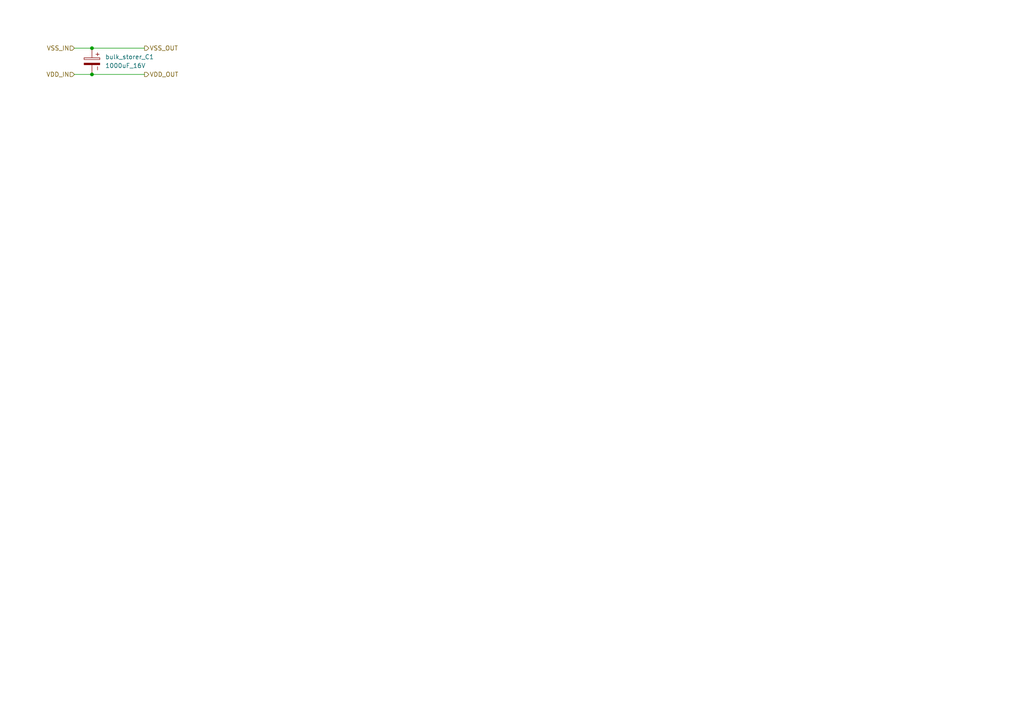
<source format=kicad_sch>
(kicad_sch (version 20250114) (generator "eeschema") (generator_version "9.0")
  (paper "A4")
  (title_block (rev "1 - do not edit connector pin layout.") (company "Henry's Software House"))
  (lib_symbols
    (symbol "PCM_SL_Capacitors:1000uF_16V"
      (property "Reference" "C" (at 0 7.62 0))
      (property "Value" "1000uF_16V" (at 0 5.08 0))
      (symbol "1000uF_16V_0_0"
        (text "+" (at -2.032 1.524 0) (effects (font (size 1.27 1.27))))
        (text "-" (at 2.032 1.524 0) (effects (font (size 1.27 1.27))))
      )
      (symbol "1000uF_16V_0_1"
        (rectangle (start -1.016 -2.286) (end -0.508 2.286))
        (rectangle (start 0.508 -2.286) (end 1.016 2.286) (fill (type outline)))
      )
      (symbol "1000uF_16V_1_1"
        (pin passive line (at -3.81 0 0) (length 2.7) (name "~") (number "1"))
        (pin input line (at 3.81 0 180) (length 2.7) (name "~") (number "2"))
      )
    )
  )
  (junction (at 26.67 13.97))
  (junction (at 26.67 21.59))
  (wire (pts (xy 21.59 21.59) (xy 26.67 21.59)))
  (wire (pts (xy 26.67 21.59) (xy 41.91 21.59)))
  (wire (pts (xy 26.67 13.97) (xy 41.91 13.97)))
  (wire (pts (xy 21.59 13.97) (xy 26.67 13.97)))
  (hierarchical_label "VSS_OUT" (shape output) (at 41.91 13.97 0))
  (hierarchical_label "VSS_IN" (shape input) (at 21.59 13.97 180))
  (hierarchical_label "VDD_IN" (shape input) (at 21.59 21.59 180))
  (hierarchical_label "VDD_OUT" (shape output) (at 41.91 21.59 0))
  (symbol (lib_id "PCM_SL_Capacitors:1000uF_16V") (at 26.67 17.78 270) (unit 1)
    (property "Reference" "bulk_storer_C1" (at 30.48 16.5099 90) (effects (justify left)))
    (property "Value" "1000uF_16V" (at 30.48 19.0499 90) (effects (justify left)))
    (property "Footprint" "Capacitor_THT:CP_Radial_D10.0mm_P5.00mm" (effects (hide yes)))
    (property "Description" "1000uF, 16V Electrolytic Capacitor" (effects (hide yes)))
  )
)
</source>
